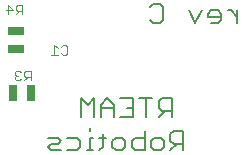
<source format=gbo>
G75*
%MOIN*%
%OFA0B0*%
%FSLAX24Y24*%
%IPPOS*%
%LPD*%
%AMOC8*
5,1,8,0,0,1.08239X$1,22.5*
%
%ADD10C,0.0060*%
%ADD11C,0.0030*%
%ADD12R,0.0256X0.0551*%
%ADD13R,0.0551X0.0256*%
D10*
X002594Y004245D02*
X002488Y004352D01*
X002594Y004459D01*
X002808Y004459D01*
X002915Y004565D01*
X002808Y004672D01*
X002488Y004672D01*
X002594Y004245D02*
X002915Y004245D01*
X003132Y004245D02*
X003452Y004245D01*
X003559Y004352D01*
X003559Y004565D01*
X003452Y004672D01*
X003132Y004672D01*
X003775Y004245D02*
X003989Y004245D01*
X003882Y004245D02*
X003882Y004672D01*
X003989Y004672D01*
X004205Y004672D02*
X004419Y004672D01*
X004312Y004779D02*
X004312Y004352D01*
X004205Y004245D01*
X004636Y004352D02*
X004636Y004565D01*
X004743Y004672D01*
X004956Y004672D01*
X005063Y004565D01*
X005063Y004352D01*
X004956Y004245D01*
X004743Y004245D01*
X004636Y004352D01*
X005281Y004352D02*
X005281Y004565D01*
X005387Y004672D01*
X005708Y004672D01*
X005708Y004886D02*
X005708Y004245D01*
X005387Y004245D01*
X005281Y004352D01*
X005925Y004352D02*
X005925Y004565D01*
X006032Y004672D01*
X006245Y004672D01*
X006352Y004565D01*
X006352Y004352D01*
X006245Y004245D01*
X006032Y004245D01*
X005925Y004352D01*
X006570Y004245D02*
X006783Y004459D01*
X006676Y004459D02*
X006997Y004459D01*
X006676Y004459D02*
X006570Y004565D01*
X006570Y004779D01*
X006676Y004886D01*
X006997Y004886D01*
X006997Y004245D01*
X006610Y005345D02*
X006610Y005986D01*
X006290Y005986D01*
X006183Y005879D01*
X006183Y005665D01*
X006290Y005559D01*
X006610Y005559D01*
X006396Y005559D02*
X006183Y005345D01*
X005752Y005345D02*
X005752Y005986D01*
X005965Y005986D02*
X005538Y005986D01*
X005321Y005986D02*
X005321Y005345D01*
X004894Y005345D01*
X004676Y005345D02*
X004676Y005772D01*
X004463Y005986D01*
X004249Y005772D01*
X004249Y005345D01*
X004032Y005345D02*
X004032Y005986D01*
X003818Y005772D01*
X003605Y005986D01*
X003605Y005345D01*
X003882Y004992D02*
X003882Y004886D01*
X004249Y005665D02*
X004676Y005665D01*
X004894Y005986D02*
X005321Y005986D01*
X005321Y005665D02*
X005107Y005665D01*
X006004Y008485D02*
X005898Y008592D01*
X006004Y008485D02*
X006218Y008485D01*
X006325Y008592D01*
X006325Y009019D01*
X006218Y009126D01*
X006004Y009126D01*
X005898Y009019D01*
X007187Y008912D02*
X007400Y008485D01*
X007614Y008912D01*
X007831Y008805D02*
X007831Y008699D01*
X008258Y008699D01*
X008258Y008805D02*
X008151Y008912D01*
X007938Y008912D01*
X007831Y008805D01*
X007938Y008485D02*
X008151Y008485D01*
X008258Y008592D01*
X008258Y008805D01*
X008475Y008912D02*
X008582Y008912D01*
X008795Y008699D01*
X008795Y008912D02*
X008795Y008485D01*
D11*
X003135Y007697D02*
X003135Y007483D01*
X003081Y007430D01*
X002974Y007430D01*
X002921Y007483D01*
X002812Y007430D02*
X002599Y007430D01*
X002706Y007430D02*
X002706Y007750D01*
X002812Y007644D01*
X002921Y007697D02*
X002974Y007750D01*
X003081Y007750D01*
X003135Y007697D01*
X001915Y006895D02*
X001915Y006575D01*
X001915Y006682D02*
X001755Y006682D01*
X001701Y006735D01*
X001701Y006842D01*
X001755Y006895D01*
X001915Y006895D01*
X001808Y006682D02*
X001701Y006575D01*
X001593Y006628D02*
X001539Y006575D01*
X001433Y006575D01*
X001379Y006628D01*
X001379Y006682D01*
X001433Y006735D01*
X001486Y006735D01*
X001433Y006735D02*
X001379Y006789D01*
X001379Y006842D01*
X001433Y006895D01*
X001539Y006895D01*
X001593Y006842D01*
X001635Y008780D02*
X001635Y009100D01*
X001474Y009100D01*
X001421Y009047D01*
X001421Y008940D01*
X001474Y008887D01*
X001635Y008887D01*
X001528Y008887D02*
X001421Y008780D01*
X001312Y008940D02*
X001099Y008940D01*
X001152Y008780D02*
X001152Y009100D01*
X001312Y008940D01*
D12*
X001332Y006166D03*
X001912Y006166D03*
D13*
X001431Y007638D03*
X001431Y008218D03*
M02*

</source>
